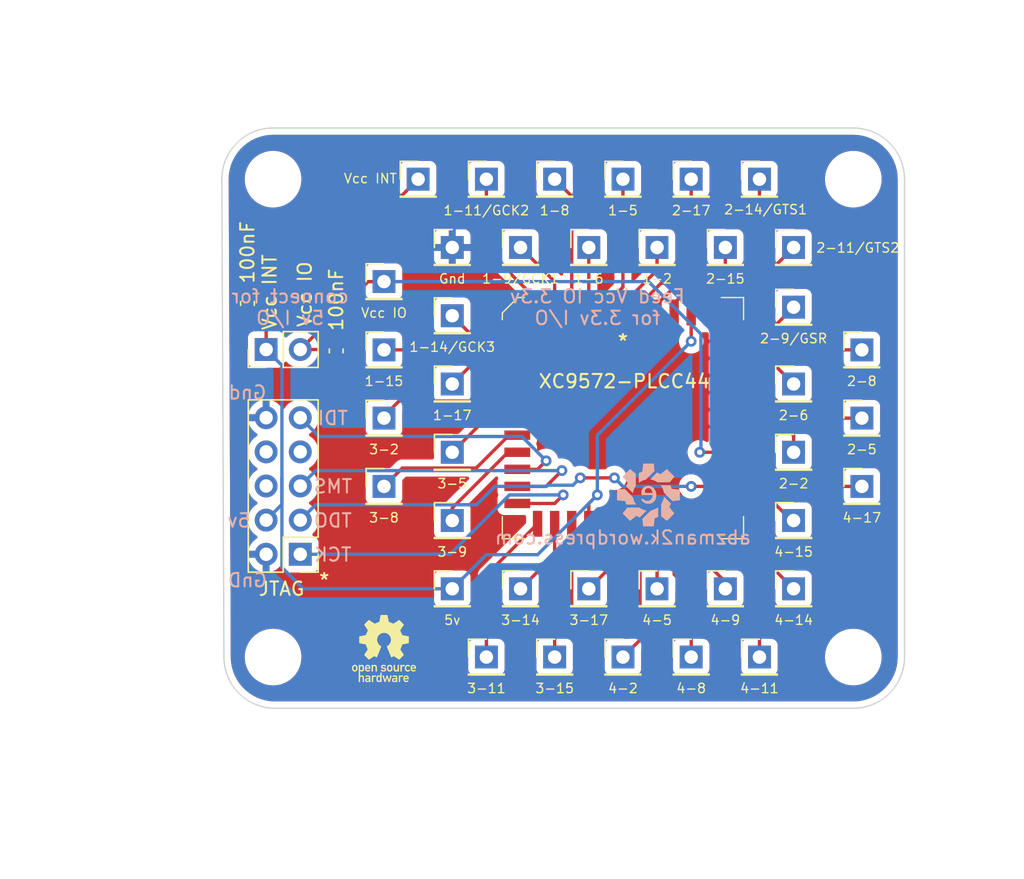
<source format=kicad_pcb>
(kicad_pcb (version 20211014) (generator pcbnew)
  (layers (0 "F.Cu" signal) (31 "B.Cu" signal) (34 "B.Paste" user) (35 "F.Paste" user) (36 "B.SilkS" user "B.Silkscreen") (37 "F.SilkS" user "F.Silkscreen") (38 "B.Mask" user) (39 "F.Mask" user) (44 "Edge.Cuts" user))
  (net 0 "")
  (net 1 "/Tck")
  (net 2 "GND")
  (net 3 "/Tdo")
  (net 4 "+5V")
  (net 5 "/Tms")
  (net 9 "/Tdi")
  (net 10 "/VccIO")
  (net 11 "/1-2")
  (net 12 "/1-5")
  (net 13 "/1-6")
  (net 14 "/1-8")
  (net 15 "/1-9{slash}GCK1")
  (net 16 "/1-11{slash}GCK2")
  (net 17 "/1-14{slash}GCK3")
  (net 18 "/1-15")
  (net 19 "/1-17")
  (net 20 "/2-2")
  (net 21 "/2-5")
  (net 22 "/2-6")
  (net 23 "/2-8")
  (net 24 "/2-9{slash}GSR")
  (net 25 "/2-11{slash}GTS2")
  (net 26 "/2-14{slash}GTS1")
  (net 27 "/2-15")
  (net 28 "/2-17")
  (net 29 "/3-2")
  (net 30 "/3-5")
  (net 31 "/3-8")
  (net 32 "/3-9")
  (net 33 "/3-11")
  (net 34 "/3-14")
  (net 35 "/3-15")
  (net 36 "/3-17")
  (net 37 "/4-2")
  (net 38 "/4-5")
  (net 39 "/4-8")
  (net 40 "/4-9")
  (net 41 "/4-11")
  (net 42 "/4-14")
  (net 43 "/4-15")
  (net 44 "/4-17")
  (footprint "Connector_PinHeader_2.54mm:PinHeader_1x01_P2.54mm_Vertical" (layer "F.Cu") (at 132.08 45.72)
    (fp_text reference "J22" hide)
    (fp_text value "2-11/GTS2" (at 4.7752 0.0254) (layer "F.SilkS") (effects (font (size 0.7 0.7) (thickness 0.1))))
    (pad "1" thru_hole rect locked (at 0 0) (size 1.7 1.7) (drill 1) (layers *.Cu *.Mask) (net 25 "/2-11{slash}GTS2"))
  )
  (footprint "Connector_PinHeader_2.54mm:PinHeader_1x01_P2.54mm_Vertical" (layer "F.Cu") (at 111.76 45.72)
    (fp_text reference "J12" hide)
    (fp_text value "1-9/GCK1" (at 0 2.33) (layer "F.SilkS") (effects (font (size 0.7 0.7) (thickness 0.1))))
    (pad "1" thru_hole rect locked (at 0 0) (size 1.7 1.7) (drill 1) (layers *.Cu *.Mask) (net 15 "/1-9{slash}GCK1"))
  )
  (footprint "Evan's misc parts:OSHW gear" (layer "F.Cu") (at 101.6 75.565)
    (fp_text reference "G***" hide)
    (fp_text value "LOGO" hide)
  )
  (footprint "Connector_PinHeader_2.54mm:PinHeader_1x01_P2.54mm_Vertical" (layer "F.Cu") (at 106.68 55.88)
    (fp_text reference "J16" hide)
    (fp_text value "1-17" (at 0 2.33) (layer "F.SilkS") (effects (font (size 0.7 0.7) (thickness 0.1))))
    (pad "1" thru_hole rect locked (at 0 0) (size 1.7 1.7) (drill 1) (layers *.Cu *.Mask) (net 19 "/1-17"))
  )
  (footprint "MountingHole:MountingHole_3.2mm_M3" (layer "F.Cu") (at 136.525 40.64)
    (fp_text reference "REF**" hide)
    (fp_text value "MountingHole_3.2mm_M3")
    (pad "" np_thru_hole circle locked (at 0 0) (size 3.2 3.2) (drill 3.2) (layers *.Cu *.Mask))
  )
  (footprint "Connector_PinHeader_2.54mm:PinHeader_1x01_P2.54mm_Vertical" (layer "F.Cu") (at 121.92 45.72)
    (fp_text reference "J8" hide)
    (fp_text value "1-2" (at 0 2.33) (layer "F.SilkS") (effects (font (size 0.7 0.7) (thickness 0.1))))
    (pad "1" thru_hole rect locked (at 0 0) (size 1.7 1.7) (drill 1) (layers *.Cu *.Mask) (net 11 "/1-2"))
  )
  (footprint "Connector_PinHeader_2.54mm:PinHeader_1x01_P2.54mm_Vertical" (layer "F.Cu") (at 127 45.72)
    (fp_text reference "J24" hide)
    (fp_text value "2-15" (at 0 2.33) (layer "F.SilkS") (effects (font (size 0.7 0.7) (thickness 0.1))))
    (pad "1" thru_hole rect locked (at 0 0) (size 1.7 1.7) (drill 1) (layers *.Cu *.Mask) (net 27 "/2-15"))
  )
  (footprint "Connector_PinHeader_2.54mm:PinHeader_2x05_P2.54mm_Vertical" (layer "F.Cu") (at 95.37 68.55 180)
    (fp_text reference "J1" hide)
    (fp_text value "programming header")
    (pad "1" thru_hole rect locked (at 0 0 180) (size 1.7 1.7) (drill 1) (layers *.Cu *.Mask) (net 1 "/Tck"))
    (pad "2" thru_hole oval locked (at 2.54 0 180) (size 1.7 1.7) (drill 1) (layers *.Cu *.Mask) (net 2 "GND"))
    (pad "3" thru_hole oval locked (at 0 2.54 180) (size 1.7 1.7) (drill 1) (layers *.Cu *.Mask) (net 3 "/Tdo"))
    (pad "4" thru_hole oval locked (at 2.54 2.54 180) (size 1.7 1.7) (drill 1) (layers *.Cu *.Mask) (net 4 "+5V"))
    (pad "5" thru_hole oval locked (at 0 5.08 180) (size 1.7 1.7) (drill 1) (layers *.Cu *.Mask) (net 5 "/Tms"))
    (pad "6" thru_hole oval locked (at 2.54 5.08 180) (size 1.7 1.7) (drill 1) (layers *.Cu *.Mask))
    (pad "7" thru_hole oval locked (at 0 7.62 180) (size 1.7 1.7) (drill 1) (layers *.Cu *.Mask))
    (pad "8" thru_hole oval locked (at 2.54 7.62 180) (size 1.7 1.7) (drill 1) (layers *.Cu *.Mask))
    (pad "9" thru_hole oval locked (at 0 10.16 180) (size 1.7 1.7) (drill 1) (layers *.Cu *.Mask) (net 9 "/Tdi"))
    (pad "10" thru_hole oval locked (at 2.54 10.16 180) (size 1.7 1.7) (drill 1) (layers *.Cu *.Mask) (net 2 "GND"))
  )
  (footprint "Connector_PinHeader_2.54mm:PinHeader_1x01_P2.54mm_Vertical" (layer "F.Cu") (at 109.22 76.2)
    (fp_text reference "J30" hide)
    (fp_text value "3-11" (at 0 2.33) (layer "F.SilkS") (effects (font (size 0.7 0.7) (thickness 0.1))))
    (pad "1" thru_hole rect locked (at 0 0) (size 1.7 1.7) (drill 1) (layers *.Cu *.Mask) (net 33 "/3-11"))
  )
  (footprint "Connector_PinHeader_2.54mm:PinHeader_1x01_P2.54mm_Vertical" (layer "F.Cu") (at 106.68 60.96)
    (fp_text reference "J27" hide)
    (fp_text value "3-5" (at 0 2.33) (layer "F.SilkS") (effects (font (size 0.7 0.7) (thickness 0.1))))
    (pad "1" thru_hole rect locked (at 0 0) (size 1.7 1.7) (drill 1) (layers *.Cu *.Mask) (net 30 "/3-5"))
  )
  (footprint "Connector_PinHeader_2.54mm:PinHeader_1x01_P2.54mm_Vertical" (layer "F.Cu") (at 119.38 40.64)
    (fp_text reference "J9" hide)
    (fp_text value "1-5" (at 0 2.33) (layer "F.SilkS") (effects (font (size 0.7 0.7) (thickness 0.1))))
    (pad "1" thru_hole rect locked (at 0 0) (size 1.7 1.7) (drill 1) (layers *.Cu *.Mask) (net 12 "/1-5"))
  )
  (footprint "Connector_PinHeader_2.54mm:PinHeader_1x01_P2.54mm_Vertical" (layer "F.Cu") (at 132.08 50.165)
    (fp_text reference "J21" hide)
    (fp_text value "2-9/GSR" (at 0 2.33) (layer "F.SilkS") (effects (font (size 0.7 0.7) (thickness 0.1))))
    (pad "1" thru_hole rect locked (at 0 0) (size 1.7 1.7) (drill 1) (layers *.Cu *.Mask) (net 24 "/2-9{slash}GSR"))
  )
  (footprint "MountingHole:MountingHole_3.2mm_M3" (layer "F.Cu") (at 136.525 76.2)
    (fp_text reference "REF**" hide)
    (fp_text value "MountingHole_3.2mm_M3")
    (pad "" np_thru_hole circle locked (at 0 0) (size 3.2 3.2) (drill 3.2) (layers *.Cu *.Mask))
  )
  (footprint "Connector_PinHeader_2.54mm:PinHeader_1x01_P2.54mm_Vertical" (layer "F.Cu") (at 116.84 45.72)
    (fp_text reference "J10" hide)
    (fp_text value "1-6" (at 0 2.33) (layer "F.SilkS") (effects (font (size 0.7 0.7) (thickness 0.1))))
    (pad "1" thru_hole rect locked (at 0 0) (size 1.7 1.7) (drill 1) (layers *.Cu *.Mask) (net 13 "/1-6"))
  )
  (footprint "Connector_PinHeader_2.54mm:PinHeader_1x01_P2.54mm_Vertical" (layer "F.Cu") (at 121.92 71.12)
    (fp_text reference "J35" hide)
    (fp_text value "4-5" (at 0 2.33) (layer "F.SilkS") (effects (font (size 0.7 0.7) (thickness 0.1))))
    (pad "1" thru_hole rect locked (at 0 0) (size 1.7 1.7) (drill 1) (layers *.Cu *.Mask) (net 38 "/4-5"))
  )
  (footprint "Capacitor_SMD:C_0603_1608Metric" (layer "F.Cu") (at 91.44 49.8856 -90)
    (fp_text reference "C2" hide)
    (fp_text value "100nF" (at -3.81 0 90) (layer "F.SilkS"))
    (pad "1" smd roundrect locked (at -0.775 0 270) (size 0.9 0.95) (layers "F.Cu" "F.Paste" "F.Mask") (net 4 "+5V"))
    (pad "2" smd roundrect locked (at 0.775 0 270) (size 0.9 0.95) (layers "F.Cu" "F.Paste" "F.Mask") (net 2 "GND"))
  )
  (footprint "Connector_PinHeader_2.54mm:PinHeader_1x01_P2.54mm_Vertical" (layer "F.Cu") (at 106.68 45.72)
    (fp_text reference "J7" hide)
    (fp_text value "Gnd" (at 0 2.33) (layer "F.SilkS") (effects (font (size 0.7 0.7) (thickness 0.1))))
    (pad "1" thru_hole rect locked (at 0 0) (size 1.7 1.7) (drill 1) (layers *.Cu *.Mask) (net 2 "GND"))
  )
  (footprint "Connector_PinHeader_2.54mm:PinHeader_1x01_P2.54mm_Vertical" (layer "F.Cu") (at 101.6 63.5)
    (fp_text reference "J28" hide)
    (fp_text value "3-8" (at 0 2.33) (layer "F.SilkS") (effects (font (size 0.7 0.7) (thickness 0.1))))
    (pad "1" thru_hole rect locked (at 0 0) (size 1.7 1.7) (drill 1) (layers *.Cu *.Mask) (net 31 "/3-8"))
  )
  (footprint "Connector_PinHeader_2.54mm:PinHeader_1x01_P2.54mm_Vertical" (layer "F.Cu") (at 106.68 71.12)
    (fp_text reference "J5" hide)
    (fp_text value "5v" (at 0 2.33) (layer "F.SilkS") (effects (font (size 0.7 0.7) (thickness 0.1))))
    (pad "1" thru_hole rect locked (at 0 0) (size 1.7 1.7) (drill 1) (layers *.Cu *.Mask) (net 4 "+5V"))
  )
  (footprint "Connector_PinHeader_2.54mm:PinHeader_1x01_P2.54mm_Vertical" (layer "F.Cu") (at 114.3 76.2)
    (fp_text reference "J32" hide)
    (fp_text value "3-15" (at 0 2.33) (layer "F.SilkS") (effects (font (size 0.7 0.7) (thickness 0.1))))
    (pad "1" thru_hole rect locked (at 0 0) (size 1.7 1.7) (drill 1) (layers *.Cu *.Mask) (net 35 "/3-15"))
  )
  (footprint "Connector_PinHeader_2.54mm:PinHeader_1x01_P2.54mm_Vertical" (layer "F.Cu") (at 132.08 66.04)
    (fp_text reference "J40" hide)
    (fp_text value "4-15" (at 0 2.33) (layer "F.SilkS") (effects (font (size 0.7 0.7) (thickness 0.1))))
    (pad "1" thru_hole rect locked (at 0 0) (size 1.7 1.7) (drill 1) (layers *.Cu *.Mask) (net 43 "/4-15"))
  )
  (footprint "Connector_PinHeader_2.54mm:PinHeader_1x01_P2.54mm_Vertical" (layer "F.Cu") (at 137.16 53.34)
    (fp_text reference "J20" hide)
    (fp_text value "2-8" (at 0 2.33) (layer "F.SilkS") (effects (font (size 0.7 0.7) (thickness 0.1))))
    (pad "1" thru_hole rect locked (at 0 0) (size 1.7 1.7) (drill 1) (layers *.Cu *.Mask) (net 23 "/2-8"))
  )
  (footprint "MountingHole:MountingHole_3.2mm_M3" (layer "F.Cu") (at 93.345 76.2)
    (fp_text reference "REF**" hide)
    (fp_text value "MountingHole_3.2mm_M3")
    (pad "" np_thru_hole circle locked (at 0 0) (size 3.2 3.2) (drill 3.2) (layers *.Cu *.Mask))
  )
  (footprint "Connector_PinHeader_2.54mm:PinHeader_1x01_P2.54mm_Vertical" (layer "F.Cu") (at 116.84 71.12)
    (fp_text reference "J33" hide)
    (fp_text value "3-17" (at 0 2.33) (layer "F.SilkS") (effects (font (size 0.7 0.7) (thickness 0.1))))
    (pad "1" thru_hole rect locked (at 0 0) (size 1.7 1.7) (drill 1) (layers *.Cu *.Mask) (net 36 "/3-17"))
  )
  (footprint "Connector_PinHeader_2.54mm:PinHeader_1x01_P2.54mm_Vertical" (layer "F.Cu") (at 119.38 76.2)
    (fp_text reference "J34" hide)
    (fp_text value "4-2" (at 0 2.33) (layer "F.SilkS") (effects (font (size 0.7 0.7) (thickness 0.1))))
    (pad "1" thru_hole rect locked (at 0 0) (size 1.7 1.7) (drill 1) (layers *.Cu *.Mask) (net 37 "/4-2"))
  )
  (footprint "Connector_PinHeader_2.54mm:PinHeader_1x02_P2.54mm_Vertical" (layer "F.Cu") (at 92.83 53.315 90)
    (fp_text reference "J4" hide)
    (fp_text value "power jumper")
    (pad "1" thru_hole rect locked (at 0 0 90) (size 1.7 1.7) (drill 1) (layers *.Cu *.Mask) (net 4 "+5V"))
    (pad "2" thru_hole oval locked (at 0 2.54 90) (size 1.7 1.7) (drill 1) (layers *.Cu *.Mask) (net 10 "/VccIO"))
  )
  (footprint "Connector_PinHeader_2.54mm:PinHeader_1x01_P2.54mm_Vertical" (layer "F.Cu") (at 106.68 50.8)
    (fp_text reference "J14" hide)
    (fp_text value "1-14/GCK3" (at 0 2.33) (layer "F.SilkS") (effects (font (size 0.7 0.7) (thickness 0.1))))
    (pad "1" thru_hole rect locked (at 0 0) (size 1.7 1.7) (drill 1) (layers *.Cu *.Mask) (net 17 "/1-14{slash}GCK3"))
  )
  (footprint "MountingHole:MountingHole_3.2mm_M3" (layer "F.Cu") (at 93.345 40.64)
    (fp_text reference "REF**" hide)
    (fp_text value "MountingHole_3.2mm_M3")
    (pad "" np_thru_hole circle locked (at 0 0) (size 3.2 3.2) (drill 3.2) (layers *.Cu *.Mask))
  )
  (footprint "Connector_PinHeader_2.54mm:PinHeader_1x01_P2.54mm_Vertical" (layer "F.Cu") (at 106.68 66.04)
    (fp_text reference "J29" hide)
    (fp_text value "3-9" (at 0 2.33) (layer "F.SilkS") (effects (font (size 0.7 0.7) (thickness 0.1))))
    (pad "1" thru_hole rect locked (at 0 0) (size 1.7 1.7) (drill 1) (layers *.Cu *.Mask) (net 32 "/3-9"))
  )
  (footprint "Connector_PinHeader_2.54mm:PinHeader_1x01_P2.54mm_Vertical" (layer "F.Cu") (at 101.6 48.26)
    (fp_text reference "J3" hide)
    (fp_text value "Vcc IO" (at 0 2.33) (layer "F.SilkS") (effects (font (size 0.7 0.7) (thickness 0.1))))
    (pad "1" thru_hole rect locked (at 0 0) (size 1.7 1.7) (drill 1) (layers *.Cu *.Mask) (net 10 "/VccIO"))
  )
  (footprint "Connector_PinHeader_2.54mm:PinHeader_1x01_P2.54mm_Vertical" (layer "F.Cu") (at 114.3 40.64)
    (fp_text reference "J11" hide)
    (fp_text value "1-8" (at 0 2.33) (layer "F.SilkS") (effects (font (size 0.7 0.7) (thickness 0.1))))
    (pad "1" thru_hole rect locked (at 0 0) (size 1.7 1.7) (drill 1) (layers *.Cu *.Mask) (net 14 "/1-8"))
  )
  (footprint "Connector_PinHeader_2.54mm:PinHeader_1x01_P2.54mm_Vertical" (layer "F.Cu") (at 124.46 76.2)
    (fp_text reference "J36" hide)
    (fp_text value "4-8" (at 0 2.33) (layer "F.SilkS") (effects (font (size 0.7 0.7) (thickness 0.1))))
    (pad "1" thru_hole rect locked (at 0 0) (size 1.7 1.7) (drill 1) (layers *.Cu *.Mask) (net 39 "/4-8"))
  )
  (footprint "Capacitor_SMD:C_0603_1608Metric" (layer "F.Cu") (at 98.044 53.4162 -90)
    (fp_text reference "C1" hide)
    (fp_text value "100nF" (at -3.81 0 90) (layer "F.SilkS"))
    (pad "1" smd roundrect locked (at -0.775 0 270) (size 0.9 0.95) (layers "F.Cu" "F.Paste" "F.Mask") (net 10 "/VccIO"))
    (pad "2" smd roundrect locked (at 0.775 0 270) (size 0.9 0.95) (layers "F.Cu" "F.Paste" "F.Mask") (net 2 "GND"))
  )
  (footprint "Connector_PinHeader_2.54mm:PinHeader_1x01_P2.54mm_Vertical" (layer "F.Cu") (at 137.16 63.5)
    (fp_text reference "J41" hide)
    (fp_text value "4-17" (at 0 2.33) (layer "F.SilkS") (effects (font (size 0.7 0.7) (thickness 0.1))))
    (pad "1" thru_hole rect locked (at 0 0) (size 1.7 1.7) (drill 1) (layers *.Cu *.Mask) (net 44 "/4-17"))
  )
  (footprint "Connector_PinHeader_2.54mm:PinHeader_1x01_P2.54mm_Vertical" (layer "F.Cu") (at 132.08 55.88)
    (fp_text reference "J19" hide)
    (fp_text value "2-6" (at 0 2.33) (layer "F.SilkS") (effects (font (size 0.7 0.7) (thickness 0.1))))
    (pad "1" thru_hole rect locked (at 0 0) (size 1.7 1.7) (drill 1) (layers *.Cu *.Mask) (net 22 "/2-6"))
  )
  (footprint "Connector_PinHeader_2.54mm:PinHeader_1x01_P2.54mm_Vertical" (layer "F.Cu") (at 104.14 40.64)
    (fp_text reference "J2" hide)
    (fp_text value "Vcc INT" (at -3.556 -0.0508) (layer "F.SilkS") (effects (font (size 0.7 0.7) (thickness 0.1))))
    (pad "1" thru_hole rect locked (at 0 0) (size 1.7 1.7) (drill 1) (layers *.Cu *.Mask) (net 4 "+5V"))
  )
  (footprint "Connector_PinHeader_2.54mm:PinHeader_1x01_P2.54mm_Vertical" (layer "F.Cu") (at 129.54 40.64)
    (fp_text reference "J23" hide)
    (fp_text value "2-14/GTS1" (at 0.4572 2.2606) (layer "F.SilkS") (effects (font (size 0.7 0.7) (thickness 0.1))))
    (pad "1" thru_hole rect locked (at 0 0) (size 1.7 1.7) (drill 1) (layers *.Cu *.Mask) (net 26 "/2-14{slash}GTS1"))
  )
  (footprint "Connector_PinHeader_2.54mm:PinHeader_1x01_P2.54mm_Vertical" (layer "F.Cu") (at 132.08 60.96)
    (fp_text reference "J17" hide)
    (fp_text value "2-2" (at 0 2.33) (layer "F.SilkS") (effects (font (size 0.7 0.7) (thickness 0.1))))
    (pad "1" thru_hole rect locked (at 0 0) (size 1.7 1.7) (drill 1) (layers *.Cu *.Mask) (net 20 "/2-2"))
  )
  (footprint "Connector_PinHeader_2.54mm:PinHeader_1x01_P2.54mm_Vertical" (layer "F.Cu") (at 101.6 53.34)
    (fp_text reference "J15" hide)
    (fp_text value "1-15" (at 0 2.33) (layer "F.SilkS") (effects (font (size 0.7 0.7) (thickness 0.1))))
    (pad "1" thru_hole rect locked (at 0 0) (size 1.7 1.7) (drill 1) (layers *.Cu *.Mask) (net 18 "/1-15"))
  )
  (footprint "Package_LCC:PLCC-44" (layer "F.Cu") (at 119.38 58.42)
    (fp_text reference "U1" hide)
    (fp_text value "XC9572-PLCC44" (at 0.1016 -2.7432) (layer "F.SilkS"))
    (pad "1" smd rect locked (at 0 -7.8625) (size 0.7 1.925) (layers "F.Cu" "F.Paste" "F.Mask") (net 11 "/1-2"))
    (pad "2" smd rect locked (at -1.27 -7.8625) (size 0.7 1.925) (layers "F.Cu" "F.Paste" "F.Mask") (net 12 "/1-5"))
    (pad "3" smd rect locked (at -2.54 -7.8625) (size 0.7 1.925) (layers "F.Cu" "F.Paste" "F.Mask") (net 13 "/1-6"))
    (pad "4" smd rect locked (at -3.81 -7.8625) (size 0.7 1.925) (layers "F.Cu" "F.Paste" "F.Mask") (net 14 "/1-8"))
    (pad "5" smd rect locked (at -5.08 -7.8625) (size 0.7 1.925) (layers "F.Cu" "F.Paste" "F.Mask") (net 15 "/1-9{slash}GCK1"))
    (pad "6" smd rect locked (at -6.35 -7.8625) (size 0.7 1.925) (layers "F.Cu" "F.Paste" "F.Mask") (net 16 "/1-11{slash}GCK2"))
    (pad "7" smd rect locked (at -7.8625 -6.35) (size 1.925 0.7) (layers "F.Cu" "F.Paste" "F.Mask") (net 17 "/1-14{slash}GCK3"))
    (pad "8" smd rect locked (at -7.8625 -5.08) (size 1.925 0.7) (layers "F.Cu" "F.Paste" "F.Mask") (net 18 "/1-15"))
    (pad "9" smd rect locked (at -7.8625 -3.81) (size 1.925 0.7) (layers "F.Cu" "F.Paste" "F.Mask") (net 19 "/1-17"))
    (pad "10" smd rect locked (at -7.8625 -2.54) (size 1.925 0.7) (layers "F.Cu" "F.Paste" "F.Mask") (net 2 "GND"))
    (pad "11" smd rect locked (at -7.8625 -1.27) (size 1.925 0.7) (layers "F.Cu" "F.Paste" "F.Mask") (net 29 "/3-2"))
    (pad "12" smd rect locked (at -7.8625 0) (size 1.925 0.7) (layers "F.Cu" "F.Paste" "F.Mask") (net 30 "/3-5"))
    (pad "13" smd rect locked (at -7.8625 1.27) (size 1.925 0.7) (layers "F.Cu" "F.Paste" "F.Mask") (net 31 "/3-8"))
    (pad "14" smd rect locked (at -7.8625 2.54) (size 1.925 0.7) (layers "F.Cu" "F.Paste" "F.Mask") (net 32 "/3-9"))
    (pad "15" smd rect locked (at -7.8625 3.81) (size 1.925 0.7) (layers "F.Cu" "F.Paste" "F.Mask") (net 9 "/Tdi"))
    (pad "16" smd rect locked (at -7.8625 5.08) (size 1.925 0.7) (layers "F.Cu" "F.Paste" "F.Mask") (net 5 "/Tms"))
    (pad "17" smd rect locked (at -7.8625 6.35) (size 1.925 0.7) (layers "F.Cu" "F.Paste" "F.Mask") (net 1 "/Tck"))
    (pad "18" smd rect locked (at -6.35 7.8625) (size 0.7 1.925) (layers "F.Cu" "F.Paste" "F.Mask") (net 33 "/3-11"))
    (pad "19" smd rect locked (at -5.08 7.8625) (size 0.7 1.925) (layers "F.Cu" "F.Paste" "F.Mask") (net 34 "/3-14"))
    (pad "20" smd rect locked (at -3.81 7.8625) (size 0.7 1.925) (layers "F.Cu" "F.Paste" "F.Mask") (net 35 "/3-15"))
    (pad "21" smd rect locked (at -2.54 7.8625) (size 0.7 1.925) (layers "F.Cu" "F.Paste" "F.Mask") (net 4 "+5V"))
    (pad "22" smd rect locked (at -1.27 7.8625) (size 0.7 1.925) (layers "F.Cu" "F.Paste" "F.Mask") (net 36 "/3-17"))
    (pad "23" smd rect locked (at 0 7.8625) (size 0.7 1.925) (layers "F.Cu" "F.Paste" "F.Mask") (net 2 "GND"))
    (pad "24" smd rect locked (at 1.27 7.8625) (size 0.7 1.925) (layers "F.Cu" "F.Paste" "F.Mask") (net 37 "/4-2"))
    (pad "25" smd rect locked (at 2.54 7.8625) (size 0.7 1.925) (layers "F.Cu" "F.Paste" "F.Mask") (net 38 "/4-5"))
    (pad "26" smd rect locked (at 3.81 7.8625) (size 0.7 1.925) (layers "F.Cu" "F.Paste" "F.Mask") (net 39 "/4-8"))
    (pad "27" smd rect locked (at 5.08 7.8625) (size 0.7 1.925) (layers "F.Cu" "F.Paste" "F.Mask") (net 40 "/4-9"))
    (pad "28" smd rect locked (at 6.35 7.8625) (size 0.7 1.925) (layers "F.Cu" "F.Paste" "F.Mask") (net 41 "/4-11"))
    (pad "29" smd rect locked (at 7.8625 6.35) (size 1.925 0.7) (layers "F.Cu" "F.Paste" "F.Mask") (net 42 "/4-14"))
    (pad "30" smd rect locked (at 7.8625 5.08) (size 1.925 0.7) (layers "F.Cu" "F.Paste" "F.Mask") (net 3 "/Tdo"))
    (pad "31" smd rect locked (at 7.8625 3.81) (size 1.925 0.7) (layers "F.Cu" "F.Paste" "F.Mask") (net 2 "GND"))
    (pad "32" smd rect locked (at 7.8625 2.54) (size 1.925 0.7) (layers "F.Cu" "F.Paste" "F.Mask") (net 10 "/VccIO"))
    (pad "33" smd rect locked (at 7.8625 1.27) (size 1.925 0.7) (layers "F.Cu" "F.Paste" "F.Mask") (net 43 "/4-15"))
    (pad "34" smd rect locked (at 7.8625 0) (size 1.925 0.7) (layers "F.Cu" "F.Paste" "F.Mask") (net 44 "/4-17"))
    (pad "35" smd rect locked (at 7.8625 -1.27) (size 1.925 0.7) (layers "F.Cu" "F.Paste" "F.Mask") (net 20 "/2-2"))
    (pad "36" smd rect locked (at 7.8625 -2.54) (size 1.925 0.7) (layers "F.Cu" "F.Paste" "F.Mask") (net 21 "/2-5"))
    (pad "37" smd rect locked (at 7.8625 -3.81) (size 1.925 0.7) (layers "F.Cu" "F.Paste" "F.Mask") (net 22 "/2-6"))
    (pad "38" smd rect locked (at 7.8625 -5.08) (size 1.925 0.7) (layers "F.Cu" "F.Paste" "F.Mask") (net 23 "/2-8"))
    (pad "39" smd rect locked (at 7.8625 -6.35) (size 1.925 0.7) (layers "F.Cu" "F.Paste" "F.Mask") (net 24 "/2-9{slash}GSR"))
    (pad "40" smd rect locked (at 6.35 -7.8625) (size 0.7 1.925) (layers "F.Cu" "F.Paste" "F.Mask") (net 25 "/2-11{slash}GTS2"))
    (pad "41" smd rect locked (at 5.08 -7.8625) (size 0.7 1.925) (layers "F.Cu" "F.Paste" "F.Mask") (net 4 "+5V"))
    (pad "42" smd rect locked (at 3.81 -7.8625) (size 0.7 1.925) (layers "F.Cu" "F.Paste" "F.Mask") (net 26 "/2-14{slash}GTS1"))
    (pad "43" smd rect locked (at 2.54 -7.8625) (size 0.7 1.925) (layers "F.Cu" "F.Paste" "F.Mask") (net 27 "/2-15"))
    (pad "44" smd rect locked (at 1.27 -7.8625) (size 0.7 1.925) (layers "F.Cu" "F.Paste" "F.Mask") (net 28 "/2-17"))
  )
  (footprint "Connector_PinHeader_2.54mm:PinHeader_1x01_P2.54mm_Vertical" (layer "F.Cu") (at 111.76 71.12)
    (fp_text reference "J31" hide)
    (fp_text value "3-14" (at 0 2.33) (layer "F.SilkS") (effects (font (size 0.7 0.7) (thickness 0.1))))
    (pad "1" thru_hole rect locked (at 0 0) (size 1.7 1.7) (drill 1) (layers *.Cu *.Mask) (net 34 "/3-14"))
  )
  (footprint "Connector_PinHeader_2.54mm:PinHeader_1x01_P2.54mm_Vertical" (layer "F.Cu") (at 101.6 58.42)
    (fp_text reference "J26" hide)
    (fp_text value "3-2" (at 0 2.33) (layer "F.SilkS") (effects (font (size 0.7 0.7) (thickness 0.1))))
    (pad "1" thru_hole rect locked (at 0 0) (size 1.7 1.7) (drill 1) (layers *.Cu *.Mask) (net 29 "/3-2"))
  )
  (footprint "Connector_PinHeader_2.54mm:PinHeader_1x01_P2.54mm_Vertical" (layer "F.Cu") (at 137.16 58.42)
    (fp_text reference "J18" hide)
    (fp_text value "2-5" (at 0 2.33) (layer "F.SilkS") (effects (font (size 0.7 0.7) (thickness 0.1))))
    (pad "1" thru_hole rect locked (at 0 0) (size 1.7 1.7) (drill 1) (layers *.Cu *.Mask) (net 21 "/2-5"))
  )
  (footprint "Connector_PinHeader_2.54mm:PinHeader_1x01_P2.54mm_Vertical" (layer "F.Cu") (at 132.08 71.12)
    (fp_text reference "J39" hide)
    (fp_text value "4-14" (at 0 2.33) (layer "F.SilkS") (effects (font (size 0.7 0.7) (thickness 0.1))))
    (pad "1" thru_hole rect locked (at 0 0) (size 1.7 1.7) (drill 1) (layers *.Cu *.Mask) (net 42 "/4-14"))
  )
  (footprint "Connector_PinHeader_2.54mm:PinHeader_1x01_P2.54mm_Vertical" (layer "F.Cu") (at 129.54 76.2)
    (fp_text reference "J38" hide)
    (fp_text value "4-11" (at 0 2.33) (layer "F.SilkS") (effects (font (size 0.7 0.7) (thickness 0.1))))
    (pad "1" thru_hole rect locked (at 0 0) (size 1.7 1.7) (drill 1) (layers *.Cu *.Mask) (net 41 "/4-11"))
  )
  (footprint "Connector_PinHeader_2.54mm:PinHeader_1x01_P2.54mm_Vertical" (layer "F.Cu") (at 109.22 40.64)
    (fp_text reference "J13" hide)
    (fp_text value "1-11/GCK2" (at 0 2.33) (layer "F.SilkS") (effects (font (size 0.7 0.7) (thickness 0.1))))
    (pad "1" thru_hole rect locked (at 0 0) (size 1.7 1.7) (drill 1) (layers *.Cu *.Mask) (net 16 "/1-11{slash}GCK2"))
  )
  (footprint "Connector_PinHeader_2.54mm:PinHeader_1x01_P2.54mm_Vertical" (layer "F.Cu") (at 127 71.12)
    (fp_text reference "J37" hide)
    (fp_text value "4-9" (at 0 2.33) (layer "F.SilkS") (effects (font (size 0.7 0.7) (thickness 0.1))))
    (pad "1" thru_hole rect locked (at 0 0) (size 1.7 1.7) (drill 1) (layers *.Cu *.Mask) (net 40 "/4-9"))
  )
  (footprint "Connector_PinHeader_2.54mm:PinHeader_1x01_P2.54mm_Vertical" (layer "F.Cu") (at 124.46 40.64)
    (fp_text reference "J25" hide)
    (fp_text value "2-17" (at 0 2.33) (layer "F.SilkS") (effects (font (size 0.7 0.7) (thickness 0.1))))
    (pad "1" thru_hole rect locked (at 0 0) (size 1.7 1.7) (drill 1) (layers *.Cu *.Mask) (net 28 "/2-17"))
  )
  (footprint "Evan's misc parts:Evan Logo" (layer "B.Cu") (at 121.285 64.135 180)
    (fp_text reference "G***" hide)
    (fp_text value "LOGO" hide)
  )
  (gr_line (start 136.525 80.01) (end 93.499077 80.01) (layer "Edge.Cuts") (width 0.1))
  (gr_line (start 140.335 40.64) (end 140.335 76.2) (layer "Edge.Cuts") (width 0.1))
  (gr_arc (start 140.335 76.2) (mid 139.219077 78.894077) (end 136.525 80.01) (layer "Edge.Cuts") (width 0.1))
  (gr_arc (start 93.499077 80.01) (mid 90.805 78.894077) (end 89.689077 76.2) (layer "Edge.Cuts") (width 0.1))
  (gr_arc (start 89.535 40.64) (mid 90.650923 37.945923) (end 93.345 36.83) (layer "Edge.Cuts") (width 0.1))
  (gr_line (start 93.345 36.83) (end 136.525 36.83) (layer "Edge.Cuts") (width 0.1))
  (gr_arc (start 136.525 36.83) (mid 139.219077 37.945923) (end 140.335 40.64) (layer "Edge.Cuts") (width 0.1))
  (gr_line (start 89.689077 76.2) (end 89.535 40.64) (layer "Edge.Cuts") (width 0.1))
  (gr_text "5v" (at 90.805 66.04) (layer "B.SilkS") (effects (font (size 1 1)) (justify mirror)))
  (gr_text "abzman2k.wordpress.com" (at 119.38 67.31) (layer "B.SilkS") (effects (font (size 1 1)) (justify mirror)))
  (gr_text "GnD" (at 91.44 70.485) (layer "B.SilkS") (effects (font (size 1 1)) (justify mirror)))
  (gr_text "TCK" (at 97.79 68.58) (layer "B.SilkS") (effects (font (size 1 1)) (justify mirror)))
  (gr_text "Feed Vcc IO 3.3v\nfor 3.3v I/O" (at 117.475 50.165) (layer "B.SilkS") (effects (font (size 1 1)) (justify mirror)))
  (gr_text "connect for\n5v I/O" (at 94.615 50.165) (layer "B.SilkS") (effects (font (size 1 1)) (justify mirror)))
  (gr_text "Gnd" (at 91.44 56.515) (layer "B.SilkS") (effects (font (size 1 1)) (justify mirror)))
  (gr_text "TDI" (at 97.79 58.42) (layer "B.SilkS") (effects (font (size 1 1)) (justify mirror)))
  (gr_text "TMS" (at 97.79 63.5) (layer "B.SilkS") (effects (font (size 1 1)) (justify mirror)))
  (gr_text "TDO" (at 97.79 66.04) (layer "B.SilkS") (effects (font (size 1 1)) (justify mirror)))
  (gr_text "Vcc IO" (at 95.7072 49.1998 90) (layer "F.SilkS") (effects (font (size 1 1))))
  (gr_text "*" (at 119.38 52.705) (layer "F.SilkS") (effects (font (size 1 1))))
  (gr_text "Vcc INT" (at 93.091 49.0474 90) (layer "F.SilkS") (effects (font (size 1 1))))
  (gr_text "*" (at 97.155 70.485) (layer "F.SilkS") (effects (font (size 1 1))))
  (gr_text "JTAG" (at 93.98 71.12) (layer "F.SilkS") (effects (font (size 1 1))))
  (segment (start 114.3 64.77) (end 114.935 64.135) (width 0.25) (layer "F.Cu") (net 1))
  (segment (start 111.5175 64.77) (end 114.3 64.77) (width 0.25) (layer "F.Cu") (net 1))
  (via (at 114.935 64.135) (size 0.8) (drill 0.4) (layers "F.Cu" "B.Cu") (net 1))
  (segment (start 110.934022 64.135) (end 114.935 64.135) (width 0.25) (layer "B.Cu") (net 1))
  (segment (start 95.37 68.55) (end 106.519022 68.55) (width 0.25) (layer "B.Cu") (net 1))
  (segment (start 106.519022 68.55) (end 110.934022 64.135) (width 0.25) (layer "B.Cu") (net 1))
  (segment (start 118.745 62.865) (end 116.205 62.865) (width 0.25) (layer "F.Cu") (net 3))
  (segment (start 127.2425 63.5) (end 124.46 63.5) (width 0.25) (layer "F.Cu") (net 3))
  (via (at 124.46 63.5) (size 0.8) (drill 0.4) (layers "F.Cu" "B.Cu") (net 3))
  (via (at 116.205 62.865) (size 0.8) (drill 0.4) (layers "F.Cu" "B.Cu") (net 3))
  (via (at 118.745 62.865) (size 0.8) (drill 0.4) (layers "F.Cu" "B.Cu") (net 3))
  (segment (start 119.38 63.5) (end 118.745 62.865) (width 0.25) (layer "B.Cu") (net 3))
  (segment (start 96.514511 64.865489) (end 108.489511 64.865489) (width 0.25) (layer "B.Cu") (net 3))
  (segment (start 115.659511 63.410489) (end 116.205 62.865) (width 0.25) (layer "B.Cu") (net 3))
  (segment (start 95.37 66.01) (end 96.514511 64.865489) (width 0.25) (layer "B.Cu") (net 3))
  (segment (start 113.665 63.5) (end 113.754511 63.410489) (width 0.25) (layer "B.Cu") (net 3))
  (segment (start 113.754511 63.410489) (end 115.659511 63.410489) (width 0.25) (layer "B.Cu") (net 3))
  (segment (start 108.489511 64.865489) (end 109.855 63.5) (width 0.25) (layer "B.Cu") (net 3))
  (segment (start 124.46 63.5) (end 119.38 63.5) (width 0.25) (layer "B.Cu") (net 3))
  (segment (start 109.855 63.5) (end 113.665 63.5) (width 0.25) (layer "B.Cu") (net 3))
  (segment (start 92.83 51.95) (end 93.345 51.435) (width 0.25) (layer "F.Cu") (net 4))
  (segment (start 93.345 51.435) (end 93.8403 50.9397) (width 0.25) (layer "F.Cu") (net 4))
  (segment (start 116.84 66.2825) (end 116.84 64.77) (width 0.25) (layer "F.Cu") (net 4))
  (segment (start 91.44 49.1106) (end 92.0112 49.1106) (width 0.25) (layer "F.Cu") (net 4))
  (segment (start 124.46 50.5575) (end 124.46 52.705) (width 0.25) (layer "F.Cu") (net 4))
  (segment (start 116.84 64.77) (end 117.475 64.135) (width 0.25) (layer "F.Cu") (net 4))
  (segment (start 92.83 53.315) (end 92.83 51.95) (width 0.25) (layer "F.Cu") (net 4))
  (segment (start 93.8403 50.9397) (end 104.14 40.64) (width 0.25) (layer "F.Cu") (net 4))
  (segment (start 92.0112 49.1106) (end 93.8403 50.9397) (width 0.25) (layer "F.Cu") (net 4))
  (via (at 124.46 52.705) (size 0.8) (drill 0.4) (layers "F.Cu" "B.Cu") (net 4))
  (via (at 117.475 64.135) (size 0.8) (drill 0.4) (layers "F.Cu" "B.Cu") (net 4))
  (segment (start 117.475 59.69) (end 124.46 52.705) (width 0.25) (layer "B.Cu") (net 4))
  (segment (start 94.004511 62.889511) (end 94.004511 64.835489) (width 0.25) (layer "B.Cu") (net 4))
  (segment (start 95.590978 71.12) (end 94.004511 69.533533) (width 0.25) (layer "B.Cu") (net 4))
  (segment (start 92.83 53.315) (end 94.004511 54.489511) (width 0.25) (layer "B.Cu") (net 4))
  (segment (start 94.004511 54.489511) (end 94.004511 62.889511) (width 0.25) (layer "B.Cu") (net 4))
  (segment (start 106.68 71.12) (end 95.590978 71.12) (width 0.25) (layer "B.Cu") (net 4))
  (segment (start 94.004511 64.835489) (end 92.83 66.01) (width 0.25) (layer "B.Cu") (net 4))
  (segment (start 94.004511 69.533533) (end 94.004511 62.889511) (width 0.25) (layer "B.Cu") (net 4))
  (segment (start 113.03 68.58) (end 109.22 68.58) (width 0.25) (layer "B.Cu") (net 4))
  (segment (start 117.475 64.135) (end 117.475 59.69) (width 0.25) (layer "B.Cu") (net 4))
  (segment (start 117.475 64.135) (end 113.03 68.58) (width 0.25) (layer "B.Cu") (net 4))
  (segment (start 109.22 68.58) (end 106.68 71.12) (width 0.25) (layer "B.Cu") (net 4))
  (segment (start 113.665 63.5) (end 114.839511 62.325489) (width 0.25) (layer "F.Cu") (net 5))
  (segment (start 111.5175 63.5) (end 113.665 63.5) (width 0.25) (layer "F.Cu") (net 5))
  (via (at 114.839511 62.325489) (size 0.8) (drill 0.4) (layers "F.Cu" "B.Cu") (net 5))
  (segment (start 96.514511 62.325489) (end 114.839511 62.325489) (width 0.25) (layer "B.Cu") (net 5))
  (segment (start 95.37 63.47) (end 96.514511 62.325489) (width 0.25) (layer "B.Cu") (net 5))
  (segment (start 113.03 62.23) (end 113.665 61.595) (width 0.25) (layer "F.Cu") (net 9))
  (segment (start 111.5175 62.23) (end 113.03 62.23) (width 0.25) (layer "F.Cu") (net 9))
  (via (at 113.665 61.595) (size 0.8) (drill 0.4) (layers "F.Cu" "B.Cu") (net 9))
  (segment (start 95.37 58.39) (end 96.765489 59.785489) (width 0.25) (layer "B.Cu") (net 9))
  (segment (start 111.855489 59.785489) (end 113.665 61.595) (width 0.25) (layer "B.Cu") (net 9))
  (segment (start 96.765489 59.785489) (end 111.855489 59.785489) (width 0.25) (layer "B.Cu") (net 9))
  (segment (start 127.2425 60.96) (end 125.095 60.96) (width 0.25) (layer "F.Cu") (net 10))
  (segment (start 97.7138 52.6412) (end 97.04 53.315) (width 0.25) (layer "F.Cu") (net 10))
  (segment (start 95.37 53.315) (end 100.425 48.26) (width 0.25) (layer "F.Cu") (net 10))
  (segment (start 97.04 53.315) (end 95.37 53.315) (width 0.25) (layer "F.Cu") (net 10))
  (segment (start 100.425 48.26) (end 101.6 48.26) (width 0.25) (layer "F.Cu") (net 10))
  (segment (start 98.044 52.6412) (end 97.7138 52.6412) (width 0.25) (layer "F.Cu") (net 10))
  (via (at 125.095 60.96) (size 0.8) (drill 0.4) (layers "F.Cu" "B.Cu") (net 10))
  (segment (start 121.285 48.26) (end 101.6 48.26) (width 0.25) (layer "B.Cu") (net 10))
  (segment (start 125.184511 52.159511) (end 121.285 48.26) (width 0.25) (layer "B.Cu") (net 10))
  (segment (start 125.095 60.96) (end 125.184511 60.870489) (width 0.25) (layer "B.Cu") (net 10))
  (segment (start 125.184511 60.870489) (end 125.184511 52.159511) (width 0.25) (layer "B.Cu") (net 10))
  (segment (start 119.38 50.5575) (end 119.38 49.945) (width 0.25) (layer "F.Cu") (net 11))
  (segment (start 119.38 49.945) (end 121.92 47.405) (width 0.25) (layer "F.Cu") (net 11))
  (segment (start 121.92 47.405) (end 121.92 45.72) (width 0.25) (layer "F.Cu") (net 11))
  (segment (start 118.11 50.5575) (end 118.11 49.945) (width 0.25) (layer "F.Cu") (net 12))
  (segment (start 119.38 48.675) (end 119.38 40.64) (width 0.25) (layer "F.Cu") (net 12))
  (segment (start 118.11 49.945) (end 119.38 48.675) (width 0.25) (layer "F.Cu") (net 12))
  (segment (start 116.84 50.5575) (end 116.84 45.72) (width 0.25) (layer "F.Cu") (net 13))
  (segment (start 115.57 41.91) (end 114.3 40.64) (width 0.25) (layer "F.Cu") (net 14))
  (segment (start 115.57 50.5575) (end 115.57 41.91) (width 0.25) (layer "F.Cu") (net 14))
  (segment (start 114.3 50.5575) (end 114.3 48.26) (width 0.25) (layer "F.Cu") (net 15))
  (segment (start 114.3 48.26) (end 111.76 45.72) (width 0.25) (layer "F.Cu") (net 15))
  (segment (start 113.03 49.6824) (end 109.22 45.8724) (width 0.25) (layer "F.Cu") (net 16))
  (segment (start 109.22 45.8724) (end 109.22 40.64) (width 0.25) (layer "F.Cu") (net 16))
  (segment (start 113.03 50.5575) (end 113.03 49.6824) (width 0.25) (layer "F.Cu") (net 16))
  (segment (start 107.95 52.07) (end 106.68 50.8) (width 0.25) (layer "F.Cu") (net 17))
  (segment (start 111.5175 52.07) (end 107.95 52.07) (width 0.25) (layer "F.Cu") (net 17))
  (segment (start 111.5175 53.34) (end 101.6 53.34) (width 0.25) (layer "F.Cu") (net 18))
  (segment (start 107.95 54.61) (end 106.68 55.88) (width 0.25) (layer "F.Cu") (net 19))
  (segment (start 111.5175 54.61) (end 107.95 54.61) (width 0.25) (layer "F.Cu") (net 19))
  (segment (start 132.08 59.7154) (end 132.08 60.96) (width 0.25) (layer "F.Cu") (net 20))
  (segment (start 129.5146 57.15) (end 132.08 59.7154) (width 0.25) (layer "F.Cu") (net 20))
  (segment (start 127.2425 57.15) (end 129.5146 57.15) (width 0.25) (layer "F.Cu") (net 20))
  (segment (start 129.5654 55.88) (end 132.1054 58.42) (width 0.25) (layer "F.Cu") (net 21))
  (segment (start 132.1054 58.42) (end 137.16 58.42) (width 0.25) (layer "F.Cu") (net 21))
  (segment (start 127.2425 55.88) (end 129.5654 55.88) (width 0.25) (layer "F.Cu") (net 21))
  (segment (start 130.81 54.61) (end 132.08 55.88) (width 0.25) (layer "F.Cu") (net 22))
  (segment (start 127.2425 54.61) (end 130.81 54.61) (width 0.25) (layer "F.Cu") (net 22))
  (segment (start 127.2425 53.34) (end 137.16 53.34) (width 0.25) (layer "F.Cu") (net 23))
  (segment (start 127.2425 52.07) (end 130.175 52.07) (width 0.25) (layer "F.Cu") (net 24))
  (segment (start 130.175 52.07) (end 132.08 50.165) (width 0.25) (layer "F.Cu") (net 24))
  (segment (start 125.73 50.5575) (end 127.2425 50.5575) (width 0.25) (layer "F.Cu") (net 25))
  (segment (start 127.2425 50.5575) (end 132.08 45.72) (width 0.25) (layer "F.Cu") (net 25))
  (segment (start 123.19 49.865978) (end 123.785489 49.270489) (width 0.25) (layer "F.Cu") (net 26))
  (segment (start 123.19 50.5575) (end 123.19 49.865978) (width 0.25) (layer "F.Cu") (net 26))
  (segment (start 123.785489 49.270489) (end 127.273889 49.270489) (width 0.25) (layer "F.Cu") (net 26))
  (segment (start 129.54 47.004378) (end 129.54 40.64) (width 0.25) (layer "F.Cu") (net 26))
  (segment (start 127.273889 49.270489) (end 129.54 47.004378) (width 0.25) (layer "F.Cu") (net 26))
  (segment (start 121.92 49.945) (end 123.044031 48.820969) (width 0.25) (layer "F.Cu") (net 27))
  (segment (start 121.92 50.5575) (end 121.92 49.945) (width 0.25) (layer "F.Cu") (net 27))
  (segment (start 127 47.220769) (end 127 45.72) (width 0.25) (layer "F.Cu") (net 27))
  (segment (start 125.3998 48.820969) (end 127 47.220769) (width 0.25) (layer "F.Cu") (net 27))
  (segment (start 123.044031 48.820969) (end 125.3998 48.820969) (width 0.25) (layer "F.Cu") (net 27))
  (segment (start 122.294049 48.371449) (end 123.8758 48.371449) (width 0.25) (layer "F.Cu") (net 28))
  (segment (start 122.2588 48.3362) (end 122.294049 48.371449) (width 0.25) (layer "F.Cu") (net 28))
  (segment (start 120.65 49.945) (end 122.2588 48.3362) (width 0.25) (layer "F.Cu") (net 28))
  (segment (start 123.8758 48.371449) (end 124.46 47.787249) (width 0.25) (layer "F.Cu") (net 28))
  (segment (start 120.65 50.5575) (end 120.65 49.945) (width 0.25) (layer "F.Cu") (net 28))
  (segment (start 124.46 47.787249) (end 124.46 40.64) (width 0.25) (layer "F.Cu") (net 28))
  (segment (start 101.6 58.42) (end 101.6 58.2676) (width 0.25) (layer "F.Cu") (net 29))
  (segment (start 102.7176 57.15) (end 111.5175 57.15) (width 0.25) (layer "F.Cu") (net 29))
  (segment (start 101.6 58.2676) (end 102.7176 57.15) (width 0.25) (layer "F.Cu") (net 29))
  (segment (start 111.5175 58.42) (end 109.22 58.42) (width 0.25) (layer "F.Cu") (net 30))
  (segment (start 109.22 58.42) (end 106.68 60.96) (width 0.25) (layer "F.Cu") (net 30))
  (segment (start 111.5175 59.69) (end 110.905 59.69) (width 0.25) (layer "F.Cu") (net 31))
  (segment (start 102.965489 62.134511) (end 101.6 63.5) (width 0.25) (layer "F.Cu") (net 31))
  (segment (start 108.460489 62.134511) (end 102.965489 62.134511) (width 0.25) (layer "F.Cu") (net 31))
  (segment (start 110.905 59.69) (end 108.460489 62.134511) (width 0.25) (layer "F.Cu") (net 31))
  (segment (start 106.68 65.105978) (end 106.68 66.04) (width 0.25) (layer "F.Cu") (net 32))
  (segment (start 110.825978 60.96) (end 106.68 65.105978) (width 0.25) (layer "F.Cu") (net 32))
  (segment (start 111.5175 60.96) (end 110.825978 60.96) (width 0.25) (layer "F.Cu") (net 32))
  (segment (start 109.22 70.0925) (end 113.03 66.2825) (width 0.25) (layer "F.Cu") (net 33))
  (segment (start 109.22 76.2) (end 109.22 70.0925) (width 0.25) (layer "F.Cu") (net 33))
  (segment (start 114.3 68.58) (end 114.3 66.2825) (width 0.25) (layer "F.Cu") (net 34))
  (segment (start 111.76 71.12) (end 114.3 68.58) (width 0.25) (layer "F.Cu") (net 34))
  (segment (start 114.3 74.7776) (end 114.3 76.2) (width 0.25) (layer "F.Cu") (net 35))
  (segment (start 115.57 66.2825) (end 115.57 73.5076) (width 0.25) (layer "F.Cu") (net 35))
  (segment (start 115.57 73.5076) (end 114.3 74.7776) (width 0.25) (layer "F.Cu") (net 35))
  (segment (start 118.11 69.85) (end 118.11 66.2825) (width 0.25) (layer "F.Cu") (net 36))
  (segment (start 116.84 71.12) (end 118.11 69.85) (width 0.25) (layer "F.Cu") (net 36))
  (segment (start 119.38 76.2) (end 120.65 74.93) (width 0.25) (layer "F.Cu") (net 37))
  (segment (start 120.65 74.93) (end 120.65 66.2825) (width 0.25) (layer "F.Cu") (net 37))
  (segment (start 121.92 71.12) (end 121.92 66.2825) (width 0.25) (layer "F.Cu") (net 38))
  (segment (start 124.46 76.2) (end 124.46 71.310978) (width 0.25) (layer "F.Cu") (net 39))
  (segment (start 123.19 70.040978) (end 123.19 66.2825) (width 0.25) (layer "F.Cu") (net 39))
  (segment (start 124.46 71.310978) (end 123.19 70.040978) (width 0.25) (layer "F.Cu") (net 39))
  (segment (start 124.46 68.072) (end 124.46 66.2825) (width 0.25) (layer "F.Cu") (net 40))
  (segment (start 127 70.612) (end 124.46 68.072) (width 0.25) (layer "F.Cu") (net 40))
  (segment (start 127 71.12) (end 127 70.612) (width 0.25) (layer "F.Cu") (net 40))
  (segment (start 129.54 76.2) (end 129.54 69.8246) (width 0.25) (layer "F.Cu") (net 41))
  (segment (start 129.54 69.8246) (end 125.9979 66.2825) (width 0.25) (layer "F.Cu") (net 41))
  (segment (start 125.9979 66.2825) (end 125.73 66.2825) (width 0.25) (layer "F.Cu") (net 41))
  (segment (start 127.2425 64.77) (end 127.2425 66.2825) (width 0.25) (layer "F.Cu") (net 42))
  (segment (start 127.2425 66.2825) (end 132.08 71.12) (width 0.25) (layer "F.Cu") (net 42))
  (segment (start 129.1844 59.69) (end 130.175 60.6806) (width 0.25) (layer "F.Cu") (net 43))
  (segment (start 127.2425 59.69) (end 129.1844 59.69) (width 0.25) (layer "F.Cu") (net 43))
  (segment (start 130.175 60.6806) (end 130.175 64.2874) (width 0.25) (layer "F.Cu") (net 43))
  (segment (start 130.175 64.2874) (end 131.9276 66.04) (width 0.25) (layer "F.Cu") (net 43))
  (segment (start 131.9276 66.04) (end 132.08 66.04) (width 0.25) (layer "F.Cu") (net 43))
  (segment (start 129.4638 58.42) (end 130.6322 59.5884) (width 0.25) (layer "F.Cu") (net 44))
  (segment (start 131.826 63.5) (end 137.16 63.5) (width 0.25) (layer "F.Cu") (net 44))
  (segment (start 127.2425 58.42) (end 129.4638 58.42) (width 0.25) (layer "F.Cu") (net 44))
  (segment (start 130.6322 62.3062) (end 131.826 63.5) (width 0.25) (layer "F.Cu") (net 44))
  (segment (start 130.6322 59.5884) (end 130.6322 62.3062) (width 0.25) (layer "F.Cu") (net 44))
  (zone (net 2) (net_name "GND") (layers F&B.Cu) (connect_pads (clearance 0.508)) (min_thickness 0.254) (fill yes (thermal_gap 0.508) (thermal_bridge_width 0.508))
    (polygon (pts (xy 146.05 92.71) (xy 73.025 89.535) (xy 83.185 29.845) (xy 149.225 27.305)))
  )
)
</source>
